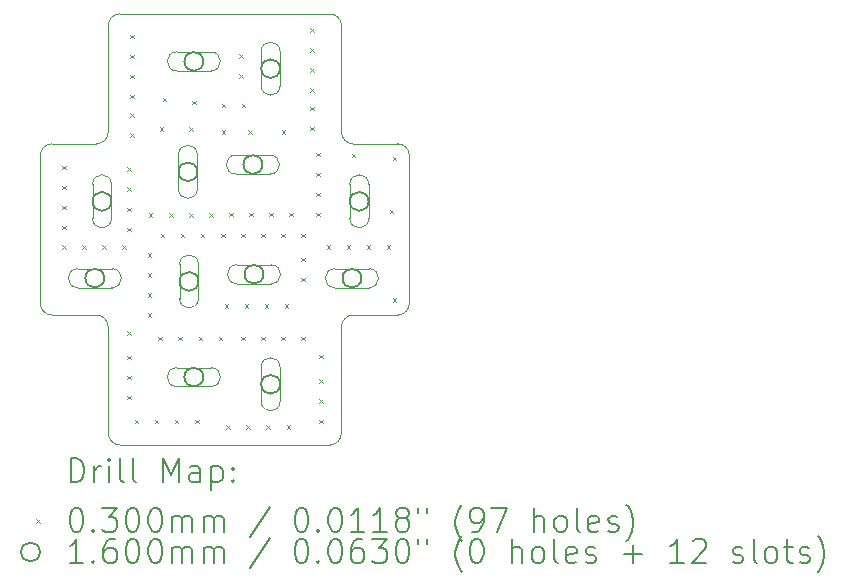
<source format=gbr>
%TF.GenerationSoftware,KiCad,Pcbnew,8.0.7*%
%TF.CreationDate,2025-04-20T01:01:20-04:00*%
%TF.ProjectId,2M_4F,324d5f34-462e-46b6-9963-61645f706362,rev?*%
%TF.SameCoordinates,Original*%
%TF.FileFunction,Drillmap*%
%TF.FilePolarity,Positive*%
%FSLAX45Y45*%
G04 Gerber Fmt 4.5, Leading zero omitted, Abs format (unit mm)*
G04 Created by KiCad (PCBNEW 8.0.7) date 2025-04-20 01:01:20*
%MOMM*%
%LPD*%
G01*
G04 APERTURE LIST*
%ADD10C,0.050000*%
%ADD11C,0.200000*%
%ADD12C,0.100000*%
%ADD13C,0.160000*%
G04 APERTURE END LIST*
D10*
X9050000Y-2600000D02*
G75*
G02*
X9150000Y-2500000I100000J0D01*
G01*
X9150000Y-6150000D02*
G75*
G02*
X9050000Y-6050000I0J100000D01*
G01*
X8475000Y-3700000D02*
G75*
G02*
X8575000Y-3600000I100000J0D01*
G01*
X9150000Y-6150000D02*
X10925000Y-6150000D01*
X8575000Y-5050000D02*
G75*
G02*
X8475000Y-4950000I0J100000D01*
G01*
X11125000Y-5050000D02*
X11500000Y-5050000D01*
X11025000Y-5150000D02*
G75*
G02*
X11125000Y-5050000I100000J0D01*
G01*
X9050000Y-3500000D02*
G75*
G02*
X8950000Y-3600000I-100000J0D01*
G01*
X9050000Y-3500000D02*
X9050000Y-2600000D01*
X11500000Y-3600000D02*
X11125000Y-3600000D01*
X8950000Y-3600000D02*
X8575000Y-3600000D01*
X11125000Y-3600000D02*
G75*
G02*
X11025000Y-3500000I0J100000D01*
G01*
X10925000Y-2500000D02*
G75*
G02*
X11025000Y-2600000I0J-100000D01*
G01*
X11500000Y-3600000D02*
G75*
G02*
X11600000Y-3700000I0J-100000D01*
G01*
X8475000Y-4950000D02*
X8475000Y-3700000D01*
X8575000Y-5050000D02*
X8950000Y-5050000D01*
X11600000Y-3700000D02*
X11600000Y-4950000D01*
X11025000Y-6050000D02*
G75*
G02*
X10925000Y-6150000I-100000J0D01*
G01*
X8950000Y-5050000D02*
G75*
G02*
X9050000Y-5150000I0J-100000D01*
G01*
X11600000Y-4950000D02*
G75*
G02*
X11500000Y-5050000I-100000J0D01*
G01*
X9150000Y-2500000D02*
X10925000Y-2500000D01*
X11025000Y-3500000D02*
X11025000Y-2600000D01*
X11025000Y-5150000D02*
X11025000Y-6050000D01*
X9050000Y-5150000D02*
X9050000Y-6050000D01*
D11*
D12*
X8660000Y-3785000D02*
X8690000Y-3815000D01*
X8690000Y-3785000D02*
X8660000Y-3815000D01*
X8660000Y-3955000D02*
X8690000Y-3985000D01*
X8690000Y-3955000D02*
X8660000Y-3985000D01*
X8660000Y-4125000D02*
X8690000Y-4155000D01*
X8690000Y-4125000D02*
X8660000Y-4155000D01*
X8660000Y-4295000D02*
X8690000Y-4325000D01*
X8690000Y-4295000D02*
X8660000Y-4325000D01*
X8660000Y-4460000D02*
X8690000Y-4490000D01*
X8690000Y-4460000D02*
X8660000Y-4490000D01*
X8830000Y-4460000D02*
X8860000Y-4490000D01*
X8860000Y-4460000D02*
X8830000Y-4490000D01*
X9000000Y-4460000D02*
X9030000Y-4490000D01*
X9030000Y-4460000D02*
X9000000Y-4490000D01*
X9170000Y-4460000D02*
X9200000Y-4490000D01*
X9200000Y-4460000D02*
X9170000Y-4490000D01*
X9210000Y-3800000D02*
X9240000Y-3830000D01*
X9240000Y-3800000D02*
X9210000Y-3830000D01*
X9210000Y-3970000D02*
X9240000Y-4000000D01*
X9240000Y-3970000D02*
X9210000Y-4000000D01*
X9210000Y-4140000D02*
X9240000Y-4170000D01*
X9240000Y-4140000D02*
X9210000Y-4170000D01*
X9210000Y-4310000D02*
X9240000Y-4340000D01*
X9240000Y-4310000D02*
X9210000Y-4340000D01*
X9210000Y-5185000D02*
X9240000Y-5215000D01*
X9240000Y-5185000D02*
X9210000Y-5215000D01*
X9210000Y-5395000D02*
X9240000Y-5425000D01*
X9240000Y-5395000D02*
X9210000Y-5425000D01*
X9210000Y-5565000D02*
X9240000Y-5595000D01*
X9240000Y-5565000D02*
X9210000Y-5595000D01*
X9210000Y-5735000D02*
X9240000Y-5765000D01*
X9240000Y-5735000D02*
X9210000Y-5765000D01*
X9235000Y-2675000D02*
X9265000Y-2705000D01*
X9265000Y-2675000D02*
X9235000Y-2705000D01*
X9235000Y-2845000D02*
X9265000Y-2875000D01*
X9265000Y-2845000D02*
X9235000Y-2875000D01*
X9235000Y-3015000D02*
X9265000Y-3045000D01*
X9265000Y-3015000D02*
X9235000Y-3045000D01*
X9235000Y-3185000D02*
X9265000Y-3215000D01*
X9265000Y-3185000D02*
X9235000Y-3215000D01*
X9235000Y-3340000D02*
X9265000Y-3370000D01*
X9265000Y-3340000D02*
X9235000Y-3370000D01*
X9235000Y-3510000D02*
X9265000Y-3540000D01*
X9265000Y-3510000D02*
X9235000Y-3540000D01*
X9275000Y-5935000D02*
X9305000Y-5965000D01*
X9305000Y-5935000D02*
X9275000Y-5965000D01*
X9385000Y-4525000D02*
X9415000Y-4555000D01*
X9415000Y-4525000D02*
X9385000Y-4555000D01*
X9385000Y-4695000D02*
X9415000Y-4725000D01*
X9415000Y-4695000D02*
X9385000Y-4725000D01*
X9385000Y-4865000D02*
X9415000Y-4895000D01*
X9415000Y-4865000D02*
X9385000Y-4895000D01*
X9385000Y-5035000D02*
X9415000Y-5065000D01*
X9415000Y-5035000D02*
X9385000Y-5065000D01*
X9395000Y-4187500D02*
X9425000Y-4217500D01*
X9425000Y-4187500D02*
X9395000Y-4217500D01*
X9445000Y-5935000D02*
X9475000Y-5965000D01*
X9475000Y-5935000D02*
X9445000Y-5965000D01*
X9475000Y-5235000D02*
X9505000Y-5265000D01*
X9505000Y-5235000D02*
X9475000Y-5265000D01*
X9485000Y-3460000D02*
X9515000Y-3490000D01*
X9515000Y-3460000D02*
X9485000Y-3490000D01*
X9495000Y-4362500D02*
X9525000Y-4392500D01*
X9525000Y-4362500D02*
X9495000Y-4392500D01*
X9510000Y-3210000D02*
X9540000Y-3240000D01*
X9540000Y-3210000D02*
X9510000Y-3240000D01*
X9565000Y-4187500D02*
X9595000Y-4217500D01*
X9595000Y-4187500D02*
X9565000Y-4217500D01*
X9615000Y-5935000D02*
X9645000Y-5965000D01*
X9645000Y-5935000D02*
X9615000Y-5965000D01*
X9645000Y-5235000D02*
X9675000Y-5265000D01*
X9675000Y-5235000D02*
X9645000Y-5265000D01*
X9665000Y-4362500D02*
X9695000Y-4392500D01*
X9695000Y-4362500D02*
X9665000Y-4392500D01*
X9735000Y-3460000D02*
X9765000Y-3490000D01*
X9765000Y-3460000D02*
X9735000Y-3490000D01*
X9735000Y-4187500D02*
X9765000Y-4217500D01*
X9765000Y-4187500D02*
X9735000Y-4217500D01*
X9760000Y-3235000D02*
X9790000Y-3265000D01*
X9790000Y-3235000D02*
X9760000Y-3265000D01*
X9785000Y-5935000D02*
X9815000Y-5965000D01*
X9815000Y-5935000D02*
X9785000Y-5965000D01*
X9815000Y-5235000D02*
X9845000Y-5265000D01*
X9845000Y-5235000D02*
X9815000Y-5265000D01*
X9835000Y-4362500D02*
X9865000Y-4392500D01*
X9865000Y-4362500D02*
X9835000Y-4392500D01*
X9905000Y-4187500D02*
X9935000Y-4217500D01*
X9935000Y-4187500D02*
X9905000Y-4217500D01*
X9985000Y-5235000D02*
X10015000Y-5265000D01*
X10015000Y-5235000D02*
X9985000Y-5265000D01*
X10005000Y-4362500D02*
X10035000Y-4392500D01*
X10035000Y-4362500D02*
X10005000Y-4392500D01*
X10010000Y-3260000D02*
X10040000Y-3290000D01*
X10040000Y-3260000D02*
X10010000Y-3290000D01*
X10010000Y-3485000D02*
X10040000Y-3515000D01*
X10040000Y-3485000D02*
X10010000Y-3515000D01*
X10035000Y-4960000D02*
X10065000Y-4990000D01*
X10065000Y-4960000D02*
X10035000Y-4990000D01*
X10050000Y-5985000D02*
X10080000Y-6015000D01*
X10080000Y-5985000D02*
X10050000Y-6015000D01*
X10075000Y-4185000D02*
X10105000Y-4215000D01*
X10105000Y-4185000D02*
X10075000Y-4215000D01*
X10160000Y-2840000D02*
X10190000Y-2870000D01*
X10190000Y-2840000D02*
X10160000Y-2870000D01*
X10160000Y-3010000D02*
X10190000Y-3040000D01*
X10190000Y-3010000D02*
X10160000Y-3040000D01*
X10175000Y-4360000D02*
X10205000Y-4390000D01*
X10205000Y-4360000D02*
X10175000Y-4390000D01*
X10175000Y-5235000D02*
X10205000Y-5265000D01*
X10205000Y-5235000D02*
X10175000Y-5265000D01*
X10180000Y-3260000D02*
X10210000Y-3290000D01*
X10210000Y-3260000D02*
X10180000Y-3290000D01*
X10205000Y-4960000D02*
X10235000Y-4990000D01*
X10235000Y-4960000D02*
X10205000Y-4990000D01*
X10220000Y-5985000D02*
X10250000Y-6015000D01*
X10250000Y-5985000D02*
X10220000Y-6015000D01*
X10235000Y-3485000D02*
X10265000Y-3515000D01*
X10265000Y-3485000D02*
X10235000Y-3515000D01*
X10245000Y-4185000D02*
X10275000Y-4215000D01*
X10275000Y-4185000D02*
X10245000Y-4215000D01*
X10345000Y-4360000D02*
X10375000Y-4390000D01*
X10375000Y-4360000D02*
X10345000Y-4390000D01*
X10345000Y-5235000D02*
X10375000Y-5265000D01*
X10375000Y-5235000D02*
X10345000Y-5265000D01*
X10375000Y-4960000D02*
X10405000Y-4990000D01*
X10405000Y-4960000D02*
X10375000Y-4990000D01*
X10390000Y-5985000D02*
X10420000Y-6015000D01*
X10420000Y-5985000D02*
X10390000Y-6015000D01*
X10415000Y-4185000D02*
X10445000Y-4215000D01*
X10445000Y-4185000D02*
X10415000Y-4215000D01*
X10515000Y-4360000D02*
X10545000Y-4390000D01*
X10545000Y-4360000D02*
X10515000Y-4390000D01*
X10515000Y-5235000D02*
X10545000Y-5265000D01*
X10545000Y-5235000D02*
X10515000Y-5265000D01*
X10520000Y-3485000D02*
X10550000Y-3515000D01*
X10550000Y-3485000D02*
X10520000Y-3515000D01*
X10545000Y-4960000D02*
X10575000Y-4990000D01*
X10575000Y-4960000D02*
X10545000Y-4990000D01*
X10560000Y-5985000D02*
X10590000Y-6015000D01*
X10590000Y-5985000D02*
X10560000Y-6015000D01*
X10585000Y-4185000D02*
X10615000Y-4215000D01*
X10615000Y-4185000D02*
X10585000Y-4215000D01*
X10685000Y-4360000D02*
X10715000Y-4390000D01*
X10715000Y-4360000D02*
X10685000Y-4390000D01*
X10685000Y-4565000D02*
X10715000Y-4595000D01*
X10715000Y-4565000D02*
X10685000Y-4595000D01*
X10685000Y-4735000D02*
X10715000Y-4765000D01*
X10715000Y-4735000D02*
X10685000Y-4765000D01*
X10685000Y-5235000D02*
X10715000Y-5265000D01*
X10715000Y-5235000D02*
X10685000Y-5265000D01*
X10760000Y-2620000D02*
X10790000Y-2650000D01*
X10790000Y-2620000D02*
X10760000Y-2650000D01*
X10760000Y-2790000D02*
X10790000Y-2820000D01*
X10790000Y-2790000D02*
X10760000Y-2820000D01*
X10760000Y-2960000D02*
X10790000Y-2990000D01*
X10790000Y-2960000D02*
X10760000Y-2990000D01*
X10760000Y-3130000D02*
X10790000Y-3160000D01*
X10790000Y-3130000D02*
X10760000Y-3160000D01*
X10760000Y-3285000D02*
X10790000Y-3315000D01*
X10790000Y-3285000D02*
X10760000Y-3315000D01*
X10760000Y-3455000D02*
X10790000Y-3485000D01*
X10790000Y-3455000D02*
X10760000Y-3485000D01*
X10810000Y-3675000D02*
X10840000Y-3705000D01*
X10840000Y-3675000D02*
X10810000Y-3705000D01*
X10810000Y-3845000D02*
X10840000Y-3875000D01*
X10840000Y-3845000D02*
X10810000Y-3875000D01*
X10810000Y-4015000D02*
X10840000Y-4045000D01*
X10840000Y-4015000D02*
X10810000Y-4045000D01*
X10810000Y-4185000D02*
X10840000Y-4215000D01*
X10840000Y-4185000D02*
X10810000Y-4215000D01*
X10835000Y-5385000D02*
X10865000Y-5415000D01*
X10865000Y-5385000D02*
X10835000Y-5415000D01*
X10835000Y-5595000D02*
X10865000Y-5625000D01*
X10865000Y-5595000D02*
X10835000Y-5625000D01*
X10835000Y-5765000D02*
X10865000Y-5795000D01*
X10865000Y-5765000D02*
X10835000Y-5795000D01*
X10835000Y-5935000D02*
X10865000Y-5965000D01*
X10865000Y-5935000D02*
X10835000Y-5965000D01*
X10900000Y-4460000D02*
X10930000Y-4490000D01*
X10930000Y-4460000D02*
X10900000Y-4490000D01*
X11070000Y-4460000D02*
X11100000Y-4490000D01*
X11100000Y-4460000D02*
X11070000Y-4490000D01*
X11110000Y-3685000D02*
X11140000Y-3715000D01*
X11140000Y-3685000D02*
X11110000Y-3715000D01*
X11240000Y-4460000D02*
X11270000Y-4490000D01*
X11270000Y-4460000D02*
X11240000Y-4490000D01*
X11410000Y-4460000D02*
X11440000Y-4490000D01*
X11440000Y-4460000D02*
X11410000Y-4490000D01*
X11435000Y-4160000D02*
X11465000Y-4190000D01*
X11465000Y-4160000D02*
X11435000Y-4190000D01*
X11460000Y-3710000D02*
X11490000Y-3740000D01*
X11490000Y-3710000D02*
X11460000Y-3740000D01*
X11460000Y-4910000D02*
X11490000Y-4940000D01*
X11490000Y-4910000D02*
X11460000Y-4940000D01*
D13*
X9016250Y-4737500D02*
G75*
G02*
X8856250Y-4737500I-80000J0D01*
G01*
X8856250Y-4737500D02*
G75*
G02*
X9016250Y-4737500I80000J0D01*
G01*
D12*
X8791250Y-4817500D02*
X9081250Y-4817500D01*
X9081250Y-4657500D02*
G75*
G02*
X9081250Y-4817500I0J-80000D01*
G01*
X9081250Y-4657500D02*
X8791250Y-4657500D01*
X8791250Y-4657500D02*
G75*
G03*
X8791250Y-4817500I0J-80000D01*
G01*
D13*
X9077500Y-4087500D02*
G75*
G02*
X8917500Y-4087500I-80000J0D01*
G01*
X8917500Y-4087500D02*
G75*
G02*
X9077500Y-4087500I80000J0D01*
G01*
D12*
X8917500Y-3942500D02*
X8917500Y-4232500D01*
X9077500Y-4232500D02*
G75*
G02*
X8917500Y-4232500I-80000J0D01*
G01*
X9077500Y-4232500D02*
X9077500Y-3942500D01*
X9077500Y-3942500D02*
G75*
G03*
X8917500Y-3942500I-80000J0D01*
G01*
D13*
X9805000Y-3837500D02*
G75*
G02*
X9645000Y-3837500I-80000J0D01*
G01*
X9645000Y-3837500D02*
G75*
G02*
X9805000Y-3837500I80000J0D01*
G01*
D12*
X9645000Y-3692500D02*
X9645000Y-3982500D01*
X9805000Y-3982500D02*
G75*
G02*
X9645000Y-3982500I-80000J0D01*
G01*
X9805000Y-3982500D02*
X9805000Y-3692500D01*
X9805000Y-3692500D02*
G75*
G03*
X9645000Y-3692500I-80000J0D01*
G01*
D13*
X9814460Y-4765330D02*
G75*
G02*
X9654460Y-4765330I-80000J0D01*
G01*
X9654460Y-4765330D02*
G75*
G02*
X9814460Y-4765330I80000J0D01*
G01*
D12*
X9654460Y-4620330D02*
X9654460Y-4910330D01*
X9814460Y-4910330D02*
G75*
G02*
X9654460Y-4910330I-80000J0D01*
G01*
X9814460Y-4910330D02*
X9814460Y-4620330D01*
X9814460Y-4620330D02*
G75*
G03*
X9654460Y-4620330I-80000J0D01*
G01*
D13*
X9855000Y-2902500D02*
G75*
G02*
X9695000Y-2902500I-80000J0D01*
G01*
X9695000Y-2902500D02*
G75*
G02*
X9855000Y-2902500I80000J0D01*
G01*
D12*
X9630000Y-2982500D02*
X9920000Y-2982500D01*
X9920000Y-2822500D02*
G75*
G02*
X9920000Y-2982500I0J-80000D01*
G01*
X9920000Y-2822500D02*
X9630000Y-2822500D01*
X9630000Y-2822500D02*
G75*
G03*
X9630000Y-2982500I0J-80000D01*
G01*
D13*
X9855000Y-5575000D02*
G75*
G02*
X9695000Y-5575000I-80000J0D01*
G01*
X9695000Y-5575000D02*
G75*
G02*
X9855000Y-5575000I80000J0D01*
G01*
D12*
X9630000Y-5655000D02*
X9920000Y-5655000D01*
X9920000Y-5495000D02*
G75*
G02*
X9920000Y-5655000I0J-80000D01*
G01*
X9920000Y-5495000D02*
X9630000Y-5495000D01*
X9630000Y-5495000D02*
G75*
G03*
X9630000Y-5655000I0J-80000D01*
G01*
D13*
X10355000Y-3776250D02*
G75*
G02*
X10195000Y-3776250I-80000J0D01*
G01*
X10195000Y-3776250D02*
G75*
G02*
X10355000Y-3776250I80000J0D01*
G01*
D12*
X10130000Y-3856250D02*
X10420000Y-3856250D01*
X10420000Y-3696250D02*
G75*
G02*
X10420000Y-3856250I0J-80000D01*
G01*
X10420000Y-3696250D02*
X10130000Y-3696250D01*
X10130000Y-3696250D02*
G75*
G03*
X10130000Y-3856250I0J-80000D01*
G01*
D13*
X10364460Y-4704080D02*
G75*
G02*
X10204460Y-4704080I-80000J0D01*
G01*
X10204460Y-4704080D02*
G75*
G02*
X10364460Y-4704080I80000J0D01*
G01*
D12*
X10139460Y-4784080D02*
X10429460Y-4784080D01*
X10429460Y-4624080D02*
G75*
G02*
X10429460Y-4784080I0J-80000D01*
G01*
X10429460Y-4624080D02*
X10139460Y-4624080D01*
X10139460Y-4624080D02*
G75*
G03*
X10139460Y-4784080I0J-80000D01*
G01*
D13*
X10505000Y-2963750D02*
G75*
G02*
X10345000Y-2963750I-80000J0D01*
G01*
X10345000Y-2963750D02*
G75*
G02*
X10505000Y-2963750I80000J0D01*
G01*
D12*
X10505000Y-3108750D02*
X10505000Y-2818750D01*
X10345000Y-2818750D02*
G75*
G02*
X10505000Y-2818750I80000J0D01*
G01*
X10345000Y-2818750D02*
X10345000Y-3108750D01*
X10345000Y-3108750D02*
G75*
G03*
X10505000Y-3108750I80000J0D01*
G01*
D13*
X10505000Y-5636250D02*
G75*
G02*
X10345000Y-5636250I-80000J0D01*
G01*
X10345000Y-5636250D02*
G75*
G02*
X10505000Y-5636250I80000J0D01*
G01*
D12*
X10505000Y-5781250D02*
X10505000Y-5491250D01*
X10345000Y-5491250D02*
G75*
G02*
X10505000Y-5491250I80000J0D01*
G01*
X10345000Y-5491250D02*
X10345000Y-5781250D01*
X10345000Y-5781250D02*
G75*
G03*
X10505000Y-5781250I80000J0D01*
G01*
D13*
X11193750Y-4737500D02*
G75*
G02*
X11033750Y-4737500I-80000J0D01*
G01*
X11033750Y-4737500D02*
G75*
G02*
X11193750Y-4737500I80000J0D01*
G01*
D12*
X10968750Y-4817500D02*
X11258750Y-4817500D01*
X11258750Y-4657500D02*
G75*
G02*
X11258750Y-4817500I0J-80000D01*
G01*
X11258750Y-4657500D02*
X10968750Y-4657500D01*
X10968750Y-4657500D02*
G75*
G03*
X10968750Y-4817500I0J-80000D01*
G01*
D13*
X11255000Y-4087500D02*
G75*
G02*
X11095000Y-4087500I-80000J0D01*
G01*
X11095000Y-4087500D02*
G75*
G02*
X11255000Y-4087500I80000J0D01*
G01*
D12*
X11095000Y-3942500D02*
X11095000Y-4232500D01*
X11255000Y-4232500D02*
G75*
G02*
X11095000Y-4232500I-80000J0D01*
G01*
X11255000Y-4232500D02*
X11255000Y-3942500D01*
X11255000Y-3942500D02*
G75*
G03*
X11095000Y-3942500I-80000J0D01*
G01*
D11*
X8733277Y-6463984D02*
X8733277Y-6263984D01*
X8733277Y-6263984D02*
X8780896Y-6263984D01*
X8780896Y-6263984D02*
X8809467Y-6273508D01*
X8809467Y-6273508D02*
X8828515Y-6292555D01*
X8828515Y-6292555D02*
X8838039Y-6311603D01*
X8838039Y-6311603D02*
X8847563Y-6349698D01*
X8847563Y-6349698D02*
X8847563Y-6378269D01*
X8847563Y-6378269D02*
X8838039Y-6416365D01*
X8838039Y-6416365D02*
X8828515Y-6435412D01*
X8828515Y-6435412D02*
X8809467Y-6454460D01*
X8809467Y-6454460D02*
X8780896Y-6463984D01*
X8780896Y-6463984D02*
X8733277Y-6463984D01*
X8933277Y-6463984D02*
X8933277Y-6330650D01*
X8933277Y-6368746D02*
X8942801Y-6349698D01*
X8942801Y-6349698D02*
X8952324Y-6340174D01*
X8952324Y-6340174D02*
X8971372Y-6330650D01*
X8971372Y-6330650D02*
X8990420Y-6330650D01*
X9057086Y-6463984D02*
X9057086Y-6330650D01*
X9057086Y-6263984D02*
X9047563Y-6273508D01*
X9047563Y-6273508D02*
X9057086Y-6283031D01*
X9057086Y-6283031D02*
X9066610Y-6273508D01*
X9066610Y-6273508D02*
X9057086Y-6263984D01*
X9057086Y-6263984D02*
X9057086Y-6283031D01*
X9180896Y-6463984D02*
X9161848Y-6454460D01*
X9161848Y-6454460D02*
X9152324Y-6435412D01*
X9152324Y-6435412D02*
X9152324Y-6263984D01*
X9285658Y-6463984D02*
X9266610Y-6454460D01*
X9266610Y-6454460D02*
X9257086Y-6435412D01*
X9257086Y-6435412D02*
X9257086Y-6263984D01*
X9514229Y-6463984D02*
X9514229Y-6263984D01*
X9514229Y-6263984D02*
X9580896Y-6406841D01*
X9580896Y-6406841D02*
X9647563Y-6263984D01*
X9647563Y-6263984D02*
X9647563Y-6463984D01*
X9828515Y-6463984D02*
X9828515Y-6359222D01*
X9828515Y-6359222D02*
X9818991Y-6340174D01*
X9818991Y-6340174D02*
X9799944Y-6330650D01*
X9799944Y-6330650D02*
X9761848Y-6330650D01*
X9761848Y-6330650D02*
X9742801Y-6340174D01*
X9828515Y-6454460D02*
X9809467Y-6463984D01*
X9809467Y-6463984D02*
X9761848Y-6463984D01*
X9761848Y-6463984D02*
X9742801Y-6454460D01*
X9742801Y-6454460D02*
X9733277Y-6435412D01*
X9733277Y-6435412D02*
X9733277Y-6416365D01*
X9733277Y-6416365D02*
X9742801Y-6397317D01*
X9742801Y-6397317D02*
X9761848Y-6387793D01*
X9761848Y-6387793D02*
X9809467Y-6387793D01*
X9809467Y-6387793D02*
X9828515Y-6378269D01*
X9923753Y-6330650D02*
X9923753Y-6530650D01*
X9923753Y-6340174D02*
X9942801Y-6330650D01*
X9942801Y-6330650D02*
X9980896Y-6330650D01*
X9980896Y-6330650D02*
X9999944Y-6340174D01*
X9999944Y-6340174D02*
X10009467Y-6349698D01*
X10009467Y-6349698D02*
X10018991Y-6368746D01*
X10018991Y-6368746D02*
X10018991Y-6425888D01*
X10018991Y-6425888D02*
X10009467Y-6444936D01*
X10009467Y-6444936D02*
X9999944Y-6454460D01*
X9999944Y-6454460D02*
X9980896Y-6463984D01*
X9980896Y-6463984D02*
X9942801Y-6463984D01*
X9942801Y-6463984D02*
X9923753Y-6454460D01*
X10104705Y-6444936D02*
X10114229Y-6454460D01*
X10114229Y-6454460D02*
X10104705Y-6463984D01*
X10104705Y-6463984D02*
X10095182Y-6454460D01*
X10095182Y-6454460D02*
X10104705Y-6444936D01*
X10104705Y-6444936D02*
X10104705Y-6463984D01*
X10104705Y-6340174D02*
X10114229Y-6349698D01*
X10114229Y-6349698D02*
X10104705Y-6359222D01*
X10104705Y-6359222D02*
X10095182Y-6349698D01*
X10095182Y-6349698D02*
X10104705Y-6340174D01*
X10104705Y-6340174D02*
X10104705Y-6359222D01*
D12*
X8442500Y-6777500D02*
X8472500Y-6807500D01*
X8472500Y-6777500D02*
X8442500Y-6807500D01*
D11*
X8771372Y-6683984D02*
X8790420Y-6683984D01*
X8790420Y-6683984D02*
X8809467Y-6693508D01*
X8809467Y-6693508D02*
X8818991Y-6703031D01*
X8818991Y-6703031D02*
X8828515Y-6722079D01*
X8828515Y-6722079D02*
X8838039Y-6760174D01*
X8838039Y-6760174D02*
X8838039Y-6807793D01*
X8838039Y-6807793D02*
X8828515Y-6845888D01*
X8828515Y-6845888D02*
X8818991Y-6864936D01*
X8818991Y-6864936D02*
X8809467Y-6874460D01*
X8809467Y-6874460D02*
X8790420Y-6883984D01*
X8790420Y-6883984D02*
X8771372Y-6883984D01*
X8771372Y-6883984D02*
X8752324Y-6874460D01*
X8752324Y-6874460D02*
X8742801Y-6864936D01*
X8742801Y-6864936D02*
X8733277Y-6845888D01*
X8733277Y-6845888D02*
X8723753Y-6807793D01*
X8723753Y-6807793D02*
X8723753Y-6760174D01*
X8723753Y-6760174D02*
X8733277Y-6722079D01*
X8733277Y-6722079D02*
X8742801Y-6703031D01*
X8742801Y-6703031D02*
X8752324Y-6693508D01*
X8752324Y-6693508D02*
X8771372Y-6683984D01*
X8923753Y-6864936D02*
X8933277Y-6874460D01*
X8933277Y-6874460D02*
X8923753Y-6883984D01*
X8923753Y-6883984D02*
X8914229Y-6874460D01*
X8914229Y-6874460D02*
X8923753Y-6864936D01*
X8923753Y-6864936D02*
X8923753Y-6883984D01*
X8999944Y-6683984D02*
X9123753Y-6683984D01*
X9123753Y-6683984D02*
X9057086Y-6760174D01*
X9057086Y-6760174D02*
X9085658Y-6760174D01*
X9085658Y-6760174D02*
X9104705Y-6769698D01*
X9104705Y-6769698D02*
X9114229Y-6779222D01*
X9114229Y-6779222D02*
X9123753Y-6798269D01*
X9123753Y-6798269D02*
X9123753Y-6845888D01*
X9123753Y-6845888D02*
X9114229Y-6864936D01*
X9114229Y-6864936D02*
X9104705Y-6874460D01*
X9104705Y-6874460D02*
X9085658Y-6883984D01*
X9085658Y-6883984D02*
X9028515Y-6883984D01*
X9028515Y-6883984D02*
X9009467Y-6874460D01*
X9009467Y-6874460D02*
X8999944Y-6864936D01*
X9247563Y-6683984D02*
X9266610Y-6683984D01*
X9266610Y-6683984D02*
X9285658Y-6693508D01*
X9285658Y-6693508D02*
X9295182Y-6703031D01*
X9295182Y-6703031D02*
X9304705Y-6722079D01*
X9304705Y-6722079D02*
X9314229Y-6760174D01*
X9314229Y-6760174D02*
X9314229Y-6807793D01*
X9314229Y-6807793D02*
X9304705Y-6845888D01*
X9304705Y-6845888D02*
X9295182Y-6864936D01*
X9295182Y-6864936D02*
X9285658Y-6874460D01*
X9285658Y-6874460D02*
X9266610Y-6883984D01*
X9266610Y-6883984D02*
X9247563Y-6883984D01*
X9247563Y-6883984D02*
X9228515Y-6874460D01*
X9228515Y-6874460D02*
X9218991Y-6864936D01*
X9218991Y-6864936D02*
X9209467Y-6845888D01*
X9209467Y-6845888D02*
X9199944Y-6807793D01*
X9199944Y-6807793D02*
X9199944Y-6760174D01*
X9199944Y-6760174D02*
X9209467Y-6722079D01*
X9209467Y-6722079D02*
X9218991Y-6703031D01*
X9218991Y-6703031D02*
X9228515Y-6693508D01*
X9228515Y-6693508D02*
X9247563Y-6683984D01*
X9438039Y-6683984D02*
X9457086Y-6683984D01*
X9457086Y-6683984D02*
X9476134Y-6693508D01*
X9476134Y-6693508D02*
X9485658Y-6703031D01*
X9485658Y-6703031D02*
X9495182Y-6722079D01*
X9495182Y-6722079D02*
X9504705Y-6760174D01*
X9504705Y-6760174D02*
X9504705Y-6807793D01*
X9504705Y-6807793D02*
X9495182Y-6845888D01*
X9495182Y-6845888D02*
X9485658Y-6864936D01*
X9485658Y-6864936D02*
X9476134Y-6874460D01*
X9476134Y-6874460D02*
X9457086Y-6883984D01*
X9457086Y-6883984D02*
X9438039Y-6883984D01*
X9438039Y-6883984D02*
X9418991Y-6874460D01*
X9418991Y-6874460D02*
X9409467Y-6864936D01*
X9409467Y-6864936D02*
X9399944Y-6845888D01*
X9399944Y-6845888D02*
X9390420Y-6807793D01*
X9390420Y-6807793D02*
X9390420Y-6760174D01*
X9390420Y-6760174D02*
X9399944Y-6722079D01*
X9399944Y-6722079D02*
X9409467Y-6703031D01*
X9409467Y-6703031D02*
X9418991Y-6693508D01*
X9418991Y-6693508D02*
X9438039Y-6683984D01*
X9590420Y-6883984D02*
X9590420Y-6750650D01*
X9590420Y-6769698D02*
X9599944Y-6760174D01*
X9599944Y-6760174D02*
X9618991Y-6750650D01*
X9618991Y-6750650D02*
X9647563Y-6750650D01*
X9647563Y-6750650D02*
X9666610Y-6760174D01*
X9666610Y-6760174D02*
X9676134Y-6779222D01*
X9676134Y-6779222D02*
X9676134Y-6883984D01*
X9676134Y-6779222D02*
X9685658Y-6760174D01*
X9685658Y-6760174D02*
X9704705Y-6750650D01*
X9704705Y-6750650D02*
X9733277Y-6750650D01*
X9733277Y-6750650D02*
X9752325Y-6760174D01*
X9752325Y-6760174D02*
X9761848Y-6779222D01*
X9761848Y-6779222D02*
X9761848Y-6883984D01*
X9857086Y-6883984D02*
X9857086Y-6750650D01*
X9857086Y-6769698D02*
X9866610Y-6760174D01*
X9866610Y-6760174D02*
X9885658Y-6750650D01*
X9885658Y-6750650D02*
X9914229Y-6750650D01*
X9914229Y-6750650D02*
X9933277Y-6760174D01*
X9933277Y-6760174D02*
X9942801Y-6779222D01*
X9942801Y-6779222D02*
X9942801Y-6883984D01*
X9942801Y-6779222D02*
X9952325Y-6760174D01*
X9952325Y-6760174D02*
X9971372Y-6750650D01*
X9971372Y-6750650D02*
X9999944Y-6750650D01*
X9999944Y-6750650D02*
X10018991Y-6760174D01*
X10018991Y-6760174D02*
X10028515Y-6779222D01*
X10028515Y-6779222D02*
X10028515Y-6883984D01*
X10418991Y-6674460D02*
X10247563Y-6931603D01*
X10676134Y-6683984D02*
X10695182Y-6683984D01*
X10695182Y-6683984D02*
X10714229Y-6693508D01*
X10714229Y-6693508D02*
X10723753Y-6703031D01*
X10723753Y-6703031D02*
X10733277Y-6722079D01*
X10733277Y-6722079D02*
X10742801Y-6760174D01*
X10742801Y-6760174D02*
X10742801Y-6807793D01*
X10742801Y-6807793D02*
X10733277Y-6845888D01*
X10733277Y-6845888D02*
X10723753Y-6864936D01*
X10723753Y-6864936D02*
X10714229Y-6874460D01*
X10714229Y-6874460D02*
X10695182Y-6883984D01*
X10695182Y-6883984D02*
X10676134Y-6883984D01*
X10676134Y-6883984D02*
X10657087Y-6874460D01*
X10657087Y-6874460D02*
X10647563Y-6864936D01*
X10647563Y-6864936D02*
X10638039Y-6845888D01*
X10638039Y-6845888D02*
X10628515Y-6807793D01*
X10628515Y-6807793D02*
X10628515Y-6760174D01*
X10628515Y-6760174D02*
X10638039Y-6722079D01*
X10638039Y-6722079D02*
X10647563Y-6703031D01*
X10647563Y-6703031D02*
X10657087Y-6693508D01*
X10657087Y-6693508D02*
X10676134Y-6683984D01*
X10828515Y-6864936D02*
X10838039Y-6874460D01*
X10838039Y-6874460D02*
X10828515Y-6883984D01*
X10828515Y-6883984D02*
X10818991Y-6874460D01*
X10818991Y-6874460D02*
X10828515Y-6864936D01*
X10828515Y-6864936D02*
X10828515Y-6883984D01*
X10961848Y-6683984D02*
X10980896Y-6683984D01*
X10980896Y-6683984D02*
X10999944Y-6693508D01*
X10999944Y-6693508D02*
X11009468Y-6703031D01*
X11009468Y-6703031D02*
X11018991Y-6722079D01*
X11018991Y-6722079D02*
X11028515Y-6760174D01*
X11028515Y-6760174D02*
X11028515Y-6807793D01*
X11028515Y-6807793D02*
X11018991Y-6845888D01*
X11018991Y-6845888D02*
X11009468Y-6864936D01*
X11009468Y-6864936D02*
X10999944Y-6874460D01*
X10999944Y-6874460D02*
X10980896Y-6883984D01*
X10980896Y-6883984D02*
X10961848Y-6883984D01*
X10961848Y-6883984D02*
X10942801Y-6874460D01*
X10942801Y-6874460D02*
X10933277Y-6864936D01*
X10933277Y-6864936D02*
X10923753Y-6845888D01*
X10923753Y-6845888D02*
X10914229Y-6807793D01*
X10914229Y-6807793D02*
X10914229Y-6760174D01*
X10914229Y-6760174D02*
X10923753Y-6722079D01*
X10923753Y-6722079D02*
X10933277Y-6703031D01*
X10933277Y-6703031D02*
X10942801Y-6693508D01*
X10942801Y-6693508D02*
X10961848Y-6683984D01*
X11218991Y-6883984D02*
X11104706Y-6883984D01*
X11161848Y-6883984D02*
X11161848Y-6683984D01*
X11161848Y-6683984D02*
X11142801Y-6712555D01*
X11142801Y-6712555D02*
X11123753Y-6731603D01*
X11123753Y-6731603D02*
X11104706Y-6741127D01*
X11409467Y-6883984D02*
X11295182Y-6883984D01*
X11352325Y-6883984D02*
X11352325Y-6683984D01*
X11352325Y-6683984D02*
X11333277Y-6712555D01*
X11333277Y-6712555D02*
X11314229Y-6731603D01*
X11314229Y-6731603D02*
X11295182Y-6741127D01*
X11523753Y-6769698D02*
X11504706Y-6760174D01*
X11504706Y-6760174D02*
X11495182Y-6750650D01*
X11495182Y-6750650D02*
X11485658Y-6731603D01*
X11485658Y-6731603D02*
X11485658Y-6722079D01*
X11485658Y-6722079D02*
X11495182Y-6703031D01*
X11495182Y-6703031D02*
X11504706Y-6693508D01*
X11504706Y-6693508D02*
X11523753Y-6683984D01*
X11523753Y-6683984D02*
X11561848Y-6683984D01*
X11561848Y-6683984D02*
X11580896Y-6693508D01*
X11580896Y-6693508D02*
X11590420Y-6703031D01*
X11590420Y-6703031D02*
X11599944Y-6722079D01*
X11599944Y-6722079D02*
X11599944Y-6731603D01*
X11599944Y-6731603D02*
X11590420Y-6750650D01*
X11590420Y-6750650D02*
X11580896Y-6760174D01*
X11580896Y-6760174D02*
X11561848Y-6769698D01*
X11561848Y-6769698D02*
X11523753Y-6769698D01*
X11523753Y-6769698D02*
X11504706Y-6779222D01*
X11504706Y-6779222D02*
X11495182Y-6788746D01*
X11495182Y-6788746D02*
X11485658Y-6807793D01*
X11485658Y-6807793D02*
X11485658Y-6845888D01*
X11485658Y-6845888D02*
X11495182Y-6864936D01*
X11495182Y-6864936D02*
X11504706Y-6874460D01*
X11504706Y-6874460D02*
X11523753Y-6883984D01*
X11523753Y-6883984D02*
X11561848Y-6883984D01*
X11561848Y-6883984D02*
X11580896Y-6874460D01*
X11580896Y-6874460D02*
X11590420Y-6864936D01*
X11590420Y-6864936D02*
X11599944Y-6845888D01*
X11599944Y-6845888D02*
X11599944Y-6807793D01*
X11599944Y-6807793D02*
X11590420Y-6788746D01*
X11590420Y-6788746D02*
X11580896Y-6779222D01*
X11580896Y-6779222D02*
X11561848Y-6769698D01*
X11676134Y-6683984D02*
X11676134Y-6722079D01*
X11752325Y-6683984D02*
X11752325Y-6722079D01*
X12047563Y-6960174D02*
X12038039Y-6950650D01*
X12038039Y-6950650D02*
X12018991Y-6922079D01*
X12018991Y-6922079D02*
X12009468Y-6903031D01*
X12009468Y-6903031D02*
X11999944Y-6874460D01*
X11999944Y-6874460D02*
X11990420Y-6826841D01*
X11990420Y-6826841D02*
X11990420Y-6788746D01*
X11990420Y-6788746D02*
X11999944Y-6741127D01*
X11999944Y-6741127D02*
X12009468Y-6712555D01*
X12009468Y-6712555D02*
X12018991Y-6693508D01*
X12018991Y-6693508D02*
X12038039Y-6664936D01*
X12038039Y-6664936D02*
X12047563Y-6655412D01*
X12133277Y-6883984D02*
X12171372Y-6883984D01*
X12171372Y-6883984D02*
X12190420Y-6874460D01*
X12190420Y-6874460D02*
X12199944Y-6864936D01*
X12199944Y-6864936D02*
X12218991Y-6836365D01*
X12218991Y-6836365D02*
X12228515Y-6798269D01*
X12228515Y-6798269D02*
X12228515Y-6722079D01*
X12228515Y-6722079D02*
X12218991Y-6703031D01*
X12218991Y-6703031D02*
X12209468Y-6693508D01*
X12209468Y-6693508D02*
X12190420Y-6683984D01*
X12190420Y-6683984D02*
X12152325Y-6683984D01*
X12152325Y-6683984D02*
X12133277Y-6693508D01*
X12133277Y-6693508D02*
X12123753Y-6703031D01*
X12123753Y-6703031D02*
X12114229Y-6722079D01*
X12114229Y-6722079D02*
X12114229Y-6769698D01*
X12114229Y-6769698D02*
X12123753Y-6788746D01*
X12123753Y-6788746D02*
X12133277Y-6798269D01*
X12133277Y-6798269D02*
X12152325Y-6807793D01*
X12152325Y-6807793D02*
X12190420Y-6807793D01*
X12190420Y-6807793D02*
X12209468Y-6798269D01*
X12209468Y-6798269D02*
X12218991Y-6788746D01*
X12218991Y-6788746D02*
X12228515Y-6769698D01*
X12295182Y-6683984D02*
X12428515Y-6683984D01*
X12428515Y-6683984D02*
X12342801Y-6883984D01*
X12657087Y-6883984D02*
X12657087Y-6683984D01*
X12742801Y-6883984D02*
X12742801Y-6779222D01*
X12742801Y-6779222D02*
X12733277Y-6760174D01*
X12733277Y-6760174D02*
X12714230Y-6750650D01*
X12714230Y-6750650D02*
X12685658Y-6750650D01*
X12685658Y-6750650D02*
X12666610Y-6760174D01*
X12666610Y-6760174D02*
X12657087Y-6769698D01*
X12866610Y-6883984D02*
X12847563Y-6874460D01*
X12847563Y-6874460D02*
X12838039Y-6864936D01*
X12838039Y-6864936D02*
X12828515Y-6845888D01*
X12828515Y-6845888D02*
X12828515Y-6788746D01*
X12828515Y-6788746D02*
X12838039Y-6769698D01*
X12838039Y-6769698D02*
X12847563Y-6760174D01*
X12847563Y-6760174D02*
X12866610Y-6750650D01*
X12866610Y-6750650D02*
X12895182Y-6750650D01*
X12895182Y-6750650D02*
X12914230Y-6760174D01*
X12914230Y-6760174D02*
X12923753Y-6769698D01*
X12923753Y-6769698D02*
X12933277Y-6788746D01*
X12933277Y-6788746D02*
X12933277Y-6845888D01*
X12933277Y-6845888D02*
X12923753Y-6864936D01*
X12923753Y-6864936D02*
X12914230Y-6874460D01*
X12914230Y-6874460D02*
X12895182Y-6883984D01*
X12895182Y-6883984D02*
X12866610Y-6883984D01*
X13047563Y-6883984D02*
X13028515Y-6874460D01*
X13028515Y-6874460D02*
X13018991Y-6855412D01*
X13018991Y-6855412D02*
X13018991Y-6683984D01*
X13199944Y-6874460D02*
X13180896Y-6883984D01*
X13180896Y-6883984D02*
X13142801Y-6883984D01*
X13142801Y-6883984D02*
X13123753Y-6874460D01*
X13123753Y-6874460D02*
X13114230Y-6855412D01*
X13114230Y-6855412D02*
X13114230Y-6779222D01*
X13114230Y-6779222D02*
X13123753Y-6760174D01*
X13123753Y-6760174D02*
X13142801Y-6750650D01*
X13142801Y-6750650D02*
X13180896Y-6750650D01*
X13180896Y-6750650D02*
X13199944Y-6760174D01*
X13199944Y-6760174D02*
X13209468Y-6779222D01*
X13209468Y-6779222D02*
X13209468Y-6798269D01*
X13209468Y-6798269D02*
X13114230Y-6817317D01*
X13285658Y-6874460D02*
X13304706Y-6883984D01*
X13304706Y-6883984D02*
X13342801Y-6883984D01*
X13342801Y-6883984D02*
X13361849Y-6874460D01*
X13361849Y-6874460D02*
X13371372Y-6855412D01*
X13371372Y-6855412D02*
X13371372Y-6845888D01*
X13371372Y-6845888D02*
X13361849Y-6826841D01*
X13361849Y-6826841D02*
X13342801Y-6817317D01*
X13342801Y-6817317D02*
X13314230Y-6817317D01*
X13314230Y-6817317D02*
X13295182Y-6807793D01*
X13295182Y-6807793D02*
X13285658Y-6788746D01*
X13285658Y-6788746D02*
X13285658Y-6779222D01*
X13285658Y-6779222D02*
X13295182Y-6760174D01*
X13295182Y-6760174D02*
X13314230Y-6750650D01*
X13314230Y-6750650D02*
X13342801Y-6750650D01*
X13342801Y-6750650D02*
X13361849Y-6760174D01*
X13438039Y-6960174D02*
X13447563Y-6950650D01*
X13447563Y-6950650D02*
X13466611Y-6922079D01*
X13466611Y-6922079D02*
X13476134Y-6903031D01*
X13476134Y-6903031D02*
X13485658Y-6874460D01*
X13485658Y-6874460D02*
X13495182Y-6826841D01*
X13495182Y-6826841D02*
X13495182Y-6788746D01*
X13495182Y-6788746D02*
X13485658Y-6741127D01*
X13485658Y-6741127D02*
X13476134Y-6712555D01*
X13476134Y-6712555D02*
X13466611Y-6693508D01*
X13466611Y-6693508D02*
X13447563Y-6664936D01*
X13447563Y-6664936D02*
X13438039Y-6655412D01*
D13*
X8472500Y-7056500D02*
G75*
G02*
X8312500Y-7056500I-80000J0D01*
G01*
X8312500Y-7056500D02*
G75*
G02*
X8472500Y-7056500I80000J0D01*
G01*
D11*
X8838039Y-7147984D02*
X8723753Y-7147984D01*
X8780896Y-7147984D02*
X8780896Y-6947984D01*
X8780896Y-6947984D02*
X8761848Y-6976555D01*
X8761848Y-6976555D02*
X8742801Y-6995603D01*
X8742801Y-6995603D02*
X8723753Y-7005127D01*
X8923753Y-7128936D02*
X8933277Y-7138460D01*
X8933277Y-7138460D02*
X8923753Y-7147984D01*
X8923753Y-7147984D02*
X8914229Y-7138460D01*
X8914229Y-7138460D02*
X8923753Y-7128936D01*
X8923753Y-7128936D02*
X8923753Y-7147984D01*
X9104705Y-6947984D02*
X9066610Y-6947984D01*
X9066610Y-6947984D02*
X9047563Y-6957508D01*
X9047563Y-6957508D02*
X9038039Y-6967031D01*
X9038039Y-6967031D02*
X9018991Y-6995603D01*
X9018991Y-6995603D02*
X9009467Y-7033698D01*
X9009467Y-7033698D02*
X9009467Y-7109888D01*
X9009467Y-7109888D02*
X9018991Y-7128936D01*
X9018991Y-7128936D02*
X9028515Y-7138460D01*
X9028515Y-7138460D02*
X9047563Y-7147984D01*
X9047563Y-7147984D02*
X9085658Y-7147984D01*
X9085658Y-7147984D02*
X9104705Y-7138460D01*
X9104705Y-7138460D02*
X9114229Y-7128936D01*
X9114229Y-7128936D02*
X9123753Y-7109888D01*
X9123753Y-7109888D02*
X9123753Y-7062269D01*
X9123753Y-7062269D02*
X9114229Y-7043222D01*
X9114229Y-7043222D02*
X9104705Y-7033698D01*
X9104705Y-7033698D02*
X9085658Y-7024174D01*
X9085658Y-7024174D02*
X9047563Y-7024174D01*
X9047563Y-7024174D02*
X9028515Y-7033698D01*
X9028515Y-7033698D02*
X9018991Y-7043222D01*
X9018991Y-7043222D02*
X9009467Y-7062269D01*
X9247563Y-6947984D02*
X9266610Y-6947984D01*
X9266610Y-6947984D02*
X9285658Y-6957508D01*
X9285658Y-6957508D02*
X9295182Y-6967031D01*
X9295182Y-6967031D02*
X9304705Y-6986079D01*
X9304705Y-6986079D02*
X9314229Y-7024174D01*
X9314229Y-7024174D02*
X9314229Y-7071793D01*
X9314229Y-7071793D02*
X9304705Y-7109888D01*
X9304705Y-7109888D02*
X9295182Y-7128936D01*
X9295182Y-7128936D02*
X9285658Y-7138460D01*
X9285658Y-7138460D02*
X9266610Y-7147984D01*
X9266610Y-7147984D02*
X9247563Y-7147984D01*
X9247563Y-7147984D02*
X9228515Y-7138460D01*
X9228515Y-7138460D02*
X9218991Y-7128936D01*
X9218991Y-7128936D02*
X9209467Y-7109888D01*
X9209467Y-7109888D02*
X9199944Y-7071793D01*
X9199944Y-7071793D02*
X9199944Y-7024174D01*
X9199944Y-7024174D02*
X9209467Y-6986079D01*
X9209467Y-6986079D02*
X9218991Y-6967031D01*
X9218991Y-6967031D02*
X9228515Y-6957508D01*
X9228515Y-6957508D02*
X9247563Y-6947984D01*
X9438039Y-6947984D02*
X9457086Y-6947984D01*
X9457086Y-6947984D02*
X9476134Y-6957508D01*
X9476134Y-6957508D02*
X9485658Y-6967031D01*
X9485658Y-6967031D02*
X9495182Y-6986079D01*
X9495182Y-6986079D02*
X9504705Y-7024174D01*
X9504705Y-7024174D02*
X9504705Y-7071793D01*
X9504705Y-7071793D02*
X9495182Y-7109888D01*
X9495182Y-7109888D02*
X9485658Y-7128936D01*
X9485658Y-7128936D02*
X9476134Y-7138460D01*
X9476134Y-7138460D02*
X9457086Y-7147984D01*
X9457086Y-7147984D02*
X9438039Y-7147984D01*
X9438039Y-7147984D02*
X9418991Y-7138460D01*
X9418991Y-7138460D02*
X9409467Y-7128936D01*
X9409467Y-7128936D02*
X9399944Y-7109888D01*
X9399944Y-7109888D02*
X9390420Y-7071793D01*
X9390420Y-7071793D02*
X9390420Y-7024174D01*
X9390420Y-7024174D02*
X9399944Y-6986079D01*
X9399944Y-6986079D02*
X9409467Y-6967031D01*
X9409467Y-6967031D02*
X9418991Y-6957508D01*
X9418991Y-6957508D02*
X9438039Y-6947984D01*
X9590420Y-7147984D02*
X9590420Y-7014650D01*
X9590420Y-7033698D02*
X9599944Y-7024174D01*
X9599944Y-7024174D02*
X9618991Y-7014650D01*
X9618991Y-7014650D02*
X9647563Y-7014650D01*
X9647563Y-7014650D02*
X9666610Y-7024174D01*
X9666610Y-7024174D02*
X9676134Y-7043222D01*
X9676134Y-7043222D02*
X9676134Y-7147984D01*
X9676134Y-7043222D02*
X9685658Y-7024174D01*
X9685658Y-7024174D02*
X9704705Y-7014650D01*
X9704705Y-7014650D02*
X9733277Y-7014650D01*
X9733277Y-7014650D02*
X9752325Y-7024174D01*
X9752325Y-7024174D02*
X9761848Y-7043222D01*
X9761848Y-7043222D02*
X9761848Y-7147984D01*
X9857086Y-7147984D02*
X9857086Y-7014650D01*
X9857086Y-7033698D02*
X9866610Y-7024174D01*
X9866610Y-7024174D02*
X9885658Y-7014650D01*
X9885658Y-7014650D02*
X9914229Y-7014650D01*
X9914229Y-7014650D02*
X9933277Y-7024174D01*
X9933277Y-7024174D02*
X9942801Y-7043222D01*
X9942801Y-7043222D02*
X9942801Y-7147984D01*
X9942801Y-7043222D02*
X9952325Y-7024174D01*
X9952325Y-7024174D02*
X9971372Y-7014650D01*
X9971372Y-7014650D02*
X9999944Y-7014650D01*
X9999944Y-7014650D02*
X10018991Y-7024174D01*
X10018991Y-7024174D02*
X10028515Y-7043222D01*
X10028515Y-7043222D02*
X10028515Y-7147984D01*
X10418991Y-6938460D02*
X10247563Y-7195603D01*
X10676134Y-6947984D02*
X10695182Y-6947984D01*
X10695182Y-6947984D02*
X10714229Y-6957508D01*
X10714229Y-6957508D02*
X10723753Y-6967031D01*
X10723753Y-6967031D02*
X10733277Y-6986079D01*
X10733277Y-6986079D02*
X10742801Y-7024174D01*
X10742801Y-7024174D02*
X10742801Y-7071793D01*
X10742801Y-7071793D02*
X10733277Y-7109888D01*
X10733277Y-7109888D02*
X10723753Y-7128936D01*
X10723753Y-7128936D02*
X10714229Y-7138460D01*
X10714229Y-7138460D02*
X10695182Y-7147984D01*
X10695182Y-7147984D02*
X10676134Y-7147984D01*
X10676134Y-7147984D02*
X10657087Y-7138460D01*
X10657087Y-7138460D02*
X10647563Y-7128936D01*
X10647563Y-7128936D02*
X10638039Y-7109888D01*
X10638039Y-7109888D02*
X10628515Y-7071793D01*
X10628515Y-7071793D02*
X10628515Y-7024174D01*
X10628515Y-7024174D02*
X10638039Y-6986079D01*
X10638039Y-6986079D02*
X10647563Y-6967031D01*
X10647563Y-6967031D02*
X10657087Y-6957508D01*
X10657087Y-6957508D02*
X10676134Y-6947984D01*
X10828515Y-7128936D02*
X10838039Y-7138460D01*
X10838039Y-7138460D02*
X10828515Y-7147984D01*
X10828515Y-7147984D02*
X10818991Y-7138460D01*
X10818991Y-7138460D02*
X10828515Y-7128936D01*
X10828515Y-7128936D02*
X10828515Y-7147984D01*
X10961848Y-6947984D02*
X10980896Y-6947984D01*
X10980896Y-6947984D02*
X10999944Y-6957508D01*
X10999944Y-6957508D02*
X11009468Y-6967031D01*
X11009468Y-6967031D02*
X11018991Y-6986079D01*
X11018991Y-6986079D02*
X11028515Y-7024174D01*
X11028515Y-7024174D02*
X11028515Y-7071793D01*
X11028515Y-7071793D02*
X11018991Y-7109888D01*
X11018991Y-7109888D02*
X11009468Y-7128936D01*
X11009468Y-7128936D02*
X10999944Y-7138460D01*
X10999944Y-7138460D02*
X10980896Y-7147984D01*
X10980896Y-7147984D02*
X10961848Y-7147984D01*
X10961848Y-7147984D02*
X10942801Y-7138460D01*
X10942801Y-7138460D02*
X10933277Y-7128936D01*
X10933277Y-7128936D02*
X10923753Y-7109888D01*
X10923753Y-7109888D02*
X10914229Y-7071793D01*
X10914229Y-7071793D02*
X10914229Y-7024174D01*
X10914229Y-7024174D02*
X10923753Y-6986079D01*
X10923753Y-6986079D02*
X10933277Y-6967031D01*
X10933277Y-6967031D02*
X10942801Y-6957508D01*
X10942801Y-6957508D02*
X10961848Y-6947984D01*
X11199944Y-6947984D02*
X11161848Y-6947984D01*
X11161848Y-6947984D02*
X11142801Y-6957508D01*
X11142801Y-6957508D02*
X11133277Y-6967031D01*
X11133277Y-6967031D02*
X11114229Y-6995603D01*
X11114229Y-6995603D02*
X11104706Y-7033698D01*
X11104706Y-7033698D02*
X11104706Y-7109888D01*
X11104706Y-7109888D02*
X11114229Y-7128936D01*
X11114229Y-7128936D02*
X11123753Y-7138460D01*
X11123753Y-7138460D02*
X11142801Y-7147984D01*
X11142801Y-7147984D02*
X11180896Y-7147984D01*
X11180896Y-7147984D02*
X11199944Y-7138460D01*
X11199944Y-7138460D02*
X11209467Y-7128936D01*
X11209467Y-7128936D02*
X11218991Y-7109888D01*
X11218991Y-7109888D02*
X11218991Y-7062269D01*
X11218991Y-7062269D02*
X11209467Y-7043222D01*
X11209467Y-7043222D02*
X11199944Y-7033698D01*
X11199944Y-7033698D02*
X11180896Y-7024174D01*
X11180896Y-7024174D02*
X11142801Y-7024174D01*
X11142801Y-7024174D02*
X11123753Y-7033698D01*
X11123753Y-7033698D02*
X11114229Y-7043222D01*
X11114229Y-7043222D02*
X11104706Y-7062269D01*
X11285658Y-6947984D02*
X11409467Y-6947984D01*
X11409467Y-6947984D02*
X11342801Y-7024174D01*
X11342801Y-7024174D02*
X11371372Y-7024174D01*
X11371372Y-7024174D02*
X11390420Y-7033698D01*
X11390420Y-7033698D02*
X11399944Y-7043222D01*
X11399944Y-7043222D02*
X11409467Y-7062269D01*
X11409467Y-7062269D02*
X11409467Y-7109888D01*
X11409467Y-7109888D02*
X11399944Y-7128936D01*
X11399944Y-7128936D02*
X11390420Y-7138460D01*
X11390420Y-7138460D02*
X11371372Y-7147984D01*
X11371372Y-7147984D02*
X11314229Y-7147984D01*
X11314229Y-7147984D02*
X11295182Y-7138460D01*
X11295182Y-7138460D02*
X11285658Y-7128936D01*
X11533277Y-6947984D02*
X11552325Y-6947984D01*
X11552325Y-6947984D02*
X11571372Y-6957508D01*
X11571372Y-6957508D02*
X11580896Y-6967031D01*
X11580896Y-6967031D02*
X11590420Y-6986079D01*
X11590420Y-6986079D02*
X11599944Y-7024174D01*
X11599944Y-7024174D02*
X11599944Y-7071793D01*
X11599944Y-7071793D02*
X11590420Y-7109888D01*
X11590420Y-7109888D02*
X11580896Y-7128936D01*
X11580896Y-7128936D02*
X11571372Y-7138460D01*
X11571372Y-7138460D02*
X11552325Y-7147984D01*
X11552325Y-7147984D02*
X11533277Y-7147984D01*
X11533277Y-7147984D02*
X11514229Y-7138460D01*
X11514229Y-7138460D02*
X11504706Y-7128936D01*
X11504706Y-7128936D02*
X11495182Y-7109888D01*
X11495182Y-7109888D02*
X11485658Y-7071793D01*
X11485658Y-7071793D02*
X11485658Y-7024174D01*
X11485658Y-7024174D02*
X11495182Y-6986079D01*
X11495182Y-6986079D02*
X11504706Y-6967031D01*
X11504706Y-6967031D02*
X11514229Y-6957508D01*
X11514229Y-6957508D02*
X11533277Y-6947984D01*
X11676134Y-6947984D02*
X11676134Y-6986079D01*
X11752325Y-6947984D02*
X11752325Y-6986079D01*
X12047563Y-7224174D02*
X12038039Y-7214650D01*
X12038039Y-7214650D02*
X12018991Y-7186079D01*
X12018991Y-7186079D02*
X12009468Y-7167031D01*
X12009468Y-7167031D02*
X11999944Y-7138460D01*
X11999944Y-7138460D02*
X11990420Y-7090841D01*
X11990420Y-7090841D02*
X11990420Y-7052746D01*
X11990420Y-7052746D02*
X11999944Y-7005127D01*
X11999944Y-7005127D02*
X12009468Y-6976555D01*
X12009468Y-6976555D02*
X12018991Y-6957508D01*
X12018991Y-6957508D02*
X12038039Y-6928936D01*
X12038039Y-6928936D02*
X12047563Y-6919412D01*
X12161848Y-6947984D02*
X12180896Y-6947984D01*
X12180896Y-6947984D02*
X12199944Y-6957508D01*
X12199944Y-6957508D02*
X12209468Y-6967031D01*
X12209468Y-6967031D02*
X12218991Y-6986079D01*
X12218991Y-6986079D02*
X12228515Y-7024174D01*
X12228515Y-7024174D02*
X12228515Y-7071793D01*
X12228515Y-7071793D02*
X12218991Y-7109888D01*
X12218991Y-7109888D02*
X12209468Y-7128936D01*
X12209468Y-7128936D02*
X12199944Y-7138460D01*
X12199944Y-7138460D02*
X12180896Y-7147984D01*
X12180896Y-7147984D02*
X12161848Y-7147984D01*
X12161848Y-7147984D02*
X12142801Y-7138460D01*
X12142801Y-7138460D02*
X12133277Y-7128936D01*
X12133277Y-7128936D02*
X12123753Y-7109888D01*
X12123753Y-7109888D02*
X12114229Y-7071793D01*
X12114229Y-7071793D02*
X12114229Y-7024174D01*
X12114229Y-7024174D02*
X12123753Y-6986079D01*
X12123753Y-6986079D02*
X12133277Y-6967031D01*
X12133277Y-6967031D02*
X12142801Y-6957508D01*
X12142801Y-6957508D02*
X12161848Y-6947984D01*
X12466610Y-7147984D02*
X12466610Y-6947984D01*
X12552325Y-7147984D02*
X12552325Y-7043222D01*
X12552325Y-7043222D02*
X12542801Y-7024174D01*
X12542801Y-7024174D02*
X12523753Y-7014650D01*
X12523753Y-7014650D02*
X12495182Y-7014650D01*
X12495182Y-7014650D02*
X12476134Y-7024174D01*
X12476134Y-7024174D02*
X12466610Y-7033698D01*
X12676134Y-7147984D02*
X12657087Y-7138460D01*
X12657087Y-7138460D02*
X12647563Y-7128936D01*
X12647563Y-7128936D02*
X12638039Y-7109888D01*
X12638039Y-7109888D02*
X12638039Y-7052746D01*
X12638039Y-7052746D02*
X12647563Y-7033698D01*
X12647563Y-7033698D02*
X12657087Y-7024174D01*
X12657087Y-7024174D02*
X12676134Y-7014650D01*
X12676134Y-7014650D02*
X12704706Y-7014650D01*
X12704706Y-7014650D02*
X12723753Y-7024174D01*
X12723753Y-7024174D02*
X12733277Y-7033698D01*
X12733277Y-7033698D02*
X12742801Y-7052746D01*
X12742801Y-7052746D02*
X12742801Y-7109888D01*
X12742801Y-7109888D02*
X12733277Y-7128936D01*
X12733277Y-7128936D02*
X12723753Y-7138460D01*
X12723753Y-7138460D02*
X12704706Y-7147984D01*
X12704706Y-7147984D02*
X12676134Y-7147984D01*
X12857087Y-7147984D02*
X12838039Y-7138460D01*
X12838039Y-7138460D02*
X12828515Y-7119412D01*
X12828515Y-7119412D02*
X12828515Y-6947984D01*
X13009468Y-7138460D02*
X12990420Y-7147984D01*
X12990420Y-7147984D02*
X12952325Y-7147984D01*
X12952325Y-7147984D02*
X12933277Y-7138460D01*
X12933277Y-7138460D02*
X12923753Y-7119412D01*
X12923753Y-7119412D02*
X12923753Y-7043222D01*
X12923753Y-7043222D02*
X12933277Y-7024174D01*
X12933277Y-7024174D02*
X12952325Y-7014650D01*
X12952325Y-7014650D02*
X12990420Y-7014650D01*
X12990420Y-7014650D02*
X13009468Y-7024174D01*
X13009468Y-7024174D02*
X13018991Y-7043222D01*
X13018991Y-7043222D02*
X13018991Y-7062269D01*
X13018991Y-7062269D02*
X12923753Y-7081317D01*
X13095182Y-7138460D02*
X13114230Y-7147984D01*
X13114230Y-7147984D02*
X13152325Y-7147984D01*
X13152325Y-7147984D02*
X13171372Y-7138460D01*
X13171372Y-7138460D02*
X13180896Y-7119412D01*
X13180896Y-7119412D02*
X13180896Y-7109888D01*
X13180896Y-7109888D02*
X13171372Y-7090841D01*
X13171372Y-7090841D02*
X13152325Y-7081317D01*
X13152325Y-7081317D02*
X13123753Y-7081317D01*
X13123753Y-7081317D02*
X13104706Y-7071793D01*
X13104706Y-7071793D02*
X13095182Y-7052746D01*
X13095182Y-7052746D02*
X13095182Y-7043222D01*
X13095182Y-7043222D02*
X13104706Y-7024174D01*
X13104706Y-7024174D02*
X13123753Y-7014650D01*
X13123753Y-7014650D02*
X13152325Y-7014650D01*
X13152325Y-7014650D02*
X13171372Y-7024174D01*
X13418992Y-7071793D02*
X13571373Y-7071793D01*
X13495182Y-7147984D02*
X13495182Y-6995603D01*
X13923753Y-7147984D02*
X13809468Y-7147984D01*
X13866611Y-7147984D02*
X13866611Y-6947984D01*
X13866611Y-6947984D02*
X13847563Y-6976555D01*
X13847563Y-6976555D02*
X13828515Y-6995603D01*
X13828515Y-6995603D02*
X13809468Y-7005127D01*
X13999944Y-6967031D02*
X14009468Y-6957508D01*
X14009468Y-6957508D02*
X14028515Y-6947984D01*
X14028515Y-6947984D02*
X14076134Y-6947984D01*
X14076134Y-6947984D02*
X14095182Y-6957508D01*
X14095182Y-6957508D02*
X14104706Y-6967031D01*
X14104706Y-6967031D02*
X14114230Y-6986079D01*
X14114230Y-6986079D02*
X14114230Y-7005127D01*
X14114230Y-7005127D02*
X14104706Y-7033698D01*
X14104706Y-7033698D02*
X13990420Y-7147984D01*
X13990420Y-7147984D02*
X14114230Y-7147984D01*
X14342801Y-7138460D02*
X14361849Y-7147984D01*
X14361849Y-7147984D02*
X14399944Y-7147984D01*
X14399944Y-7147984D02*
X14418992Y-7138460D01*
X14418992Y-7138460D02*
X14428515Y-7119412D01*
X14428515Y-7119412D02*
X14428515Y-7109888D01*
X14428515Y-7109888D02*
X14418992Y-7090841D01*
X14418992Y-7090841D02*
X14399944Y-7081317D01*
X14399944Y-7081317D02*
X14371373Y-7081317D01*
X14371373Y-7081317D02*
X14352325Y-7071793D01*
X14352325Y-7071793D02*
X14342801Y-7052746D01*
X14342801Y-7052746D02*
X14342801Y-7043222D01*
X14342801Y-7043222D02*
X14352325Y-7024174D01*
X14352325Y-7024174D02*
X14371373Y-7014650D01*
X14371373Y-7014650D02*
X14399944Y-7014650D01*
X14399944Y-7014650D02*
X14418992Y-7024174D01*
X14542801Y-7147984D02*
X14523754Y-7138460D01*
X14523754Y-7138460D02*
X14514230Y-7119412D01*
X14514230Y-7119412D02*
X14514230Y-6947984D01*
X14647563Y-7147984D02*
X14628515Y-7138460D01*
X14628515Y-7138460D02*
X14618992Y-7128936D01*
X14618992Y-7128936D02*
X14609468Y-7109888D01*
X14609468Y-7109888D02*
X14609468Y-7052746D01*
X14609468Y-7052746D02*
X14618992Y-7033698D01*
X14618992Y-7033698D02*
X14628515Y-7024174D01*
X14628515Y-7024174D02*
X14647563Y-7014650D01*
X14647563Y-7014650D02*
X14676135Y-7014650D01*
X14676135Y-7014650D02*
X14695182Y-7024174D01*
X14695182Y-7024174D02*
X14704706Y-7033698D01*
X14704706Y-7033698D02*
X14714230Y-7052746D01*
X14714230Y-7052746D02*
X14714230Y-7109888D01*
X14714230Y-7109888D02*
X14704706Y-7128936D01*
X14704706Y-7128936D02*
X14695182Y-7138460D01*
X14695182Y-7138460D02*
X14676135Y-7147984D01*
X14676135Y-7147984D02*
X14647563Y-7147984D01*
X14771373Y-7014650D02*
X14847563Y-7014650D01*
X14799944Y-6947984D02*
X14799944Y-7119412D01*
X14799944Y-7119412D02*
X14809468Y-7138460D01*
X14809468Y-7138460D02*
X14828515Y-7147984D01*
X14828515Y-7147984D02*
X14847563Y-7147984D01*
X14904706Y-7138460D02*
X14923754Y-7147984D01*
X14923754Y-7147984D02*
X14961849Y-7147984D01*
X14961849Y-7147984D02*
X14980896Y-7138460D01*
X14980896Y-7138460D02*
X14990420Y-7119412D01*
X14990420Y-7119412D02*
X14990420Y-7109888D01*
X14990420Y-7109888D02*
X14980896Y-7090841D01*
X14980896Y-7090841D02*
X14961849Y-7081317D01*
X14961849Y-7081317D02*
X14933277Y-7081317D01*
X14933277Y-7081317D02*
X14914230Y-7071793D01*
X14914230Y-7071793D02*
X14904706Y-7052746D01*
X14904706Y-7052746D02*
X14904706Y-7043222D01*
X14904706Y-7043222D02*
X14914230Y-7024174D01*
X14914230Y-7024174D02*
X14933277Y-7014650D01*
X14933277Y-7014650D02*
X14961849Y-7014650D01*
X14961849Y-7014650D02*
X14980896Y-7024174D01*
X15057087Y-7224174D02*
X15066611Y-7214650D01*
X15066611Y-7214650D02*
X15085658Y-7186079D01*
X15085658Y-7186079D02*
X15095182Y-7167031D01*
X15095182Y-7167031D02*
X15104706Y-7138460D01*
X15104706Y-7138460D02*
X15114230Y-7090841D01*
X15114230Y-7090841D02*
X15114230Y-7052746D01*
X15114230Y-7052746D02*
X15104706Y-7005127D01*
X15104706Y-7005127D02*
X15095182Y-6976555D01*
X15095182Y-6976555D02*
X15085658Y-6957508D01*
X15085658Y-6957508D02*
X15066611Y-6928936D01*
X15066611Y-6928936D02*
X15057087Y-6919412D01*
M02*

</source>
